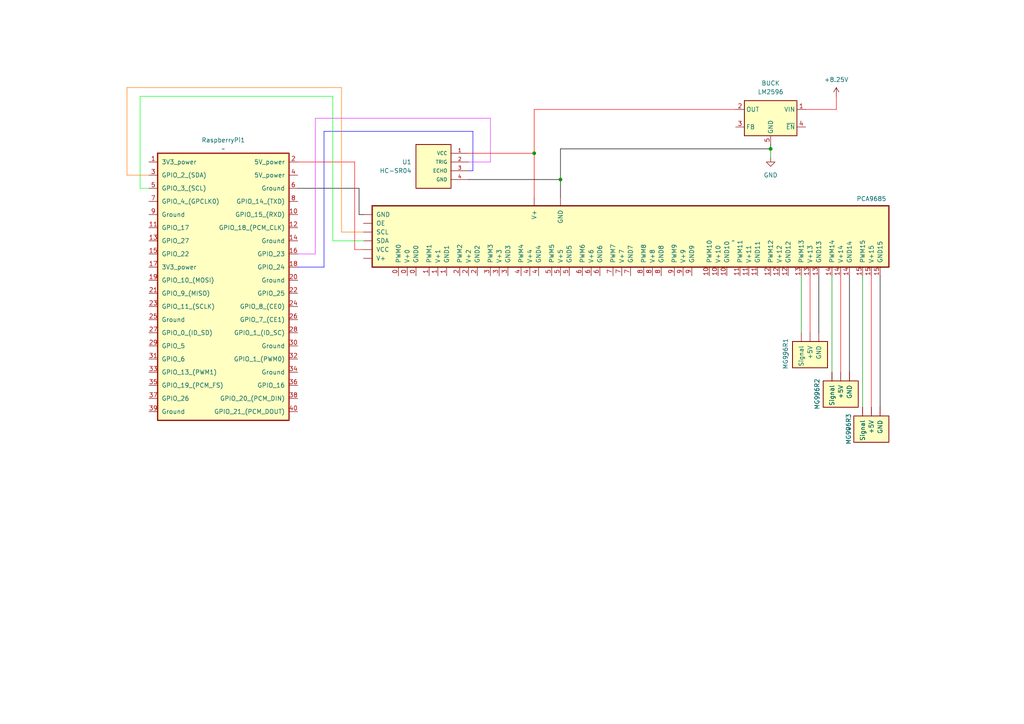
<source format=kicad_sch>
(kicad_sch
	(version 20231120)
	(generator "eeschema")
	(generator_version "8.0")
	(uuid "3dbf5e61-4654-4632-96a0-1646befb65a5")
	(paper "A4")
	(lib_symbols
		(symbol "HC-SR04:HC-SR04"
			(pin_names
				(offset 1.016)
			)
			(exclude_from_sim no)
			(in_bom yes)
			(on_board yes)
			(property "Reference" "U"
				(at 0 5.0813 0)
				(effects
					(font
						(size 1.27 1.27)
					)
					(justify left bottom)
				)
			)
			(property "Value" "HC-SR04"
				(at 0 -10.163 0)
				(effects
					(font
						(size 1.27 1.27)
					)
					(justify left bottom)
				)
			)
			(property "Footprint" "HC-SR04:XCVR_HC-SR04"
				(at 0 0 0)
				(effects
					(font
						(size 1.27 1.27)
					)
					(justify bottom)
					(hide yes)
				)
			)
			(property "Datasheet" ""
				(at 0 0 0)
				(effects
					(font
						(size 1.27 1.27)
					)
					(hide yes)
				)
			)
			(property "Description" ""
				(at 0 0 0)
				(effects
					(font
						(size 1.27 1.27)
					)
					(hide yes)
				)
			)
			(property "MF" "SparkFun Electronics"
				(at 0 0 0)
				(effects
					(font
						(size 1.27 1.27)
					)
					(justify bottom)
					(hide yes)
				)
			)
			(property "Description_1" "\n                        \n                            HC-SR04 Ultrasonic Sensor Qwiic Platform Evaluation Expansion Board\n                        \n"
				(at 0 0 0)
				(effects
					(font
						(size 1.27 1.27)
					)
					(justify bottom)
					(hide yes)
				)
			)
			(property "Package" "None"
				(at 0 0 0)
				(effects
					(font
						(size 1.27 1.27)
					)
					(justify bottom)
					(hide yes)
				)
			)
			(property "Price" "None"
				(at 0 0 0)
				(effects
					(font
						(size 1.27 1.27)
					)
					(justify bottom)
					(hide yes)
				)
			)
			(property "Check_prices" "https://www.snapeda.com/parts/HC-SR04/SparkFun/view-part/?ref=eda"
				(at 0 0 0)
				(effects
					(font
						(size 1.27 1.27)
					)
					(justify bottom)
					(hide yes)
				)
			)
			(property "SnapEDA_Link" "https://www.snapeda.com/parts/HC-SR04/SparkFun/view-part/?ref=snap"
				(at 0 0 0)
				(effects
					(font
						(size 1.27 1.27)
					)
					(justify bottom)
					(hide yes)
				)
			)
			(property "MP" "HC-SR04"
				(at 0 0 0)
				(effects
					(font
						(size 1.27 1.27)
					)
					(justify bottom)
					(hide yes)
				)
			)
			(property "Availability" "Not in stock"
				(at 0 0 0)
				(effects
					(font
						(size 1.27 1.27)
					)
					(justify bottom)
					(hide yes)
				)
			)
			(property "MANUFACTURER" "Osepp"
				(at 0 0 0)
				(effects
					(font
						(size 1.27 1.27)
					)
					(justify bottom)
					(hide yes)
				)
			)
			(symbol "HC-SR04_0_0"
				(rectangle
					(start 0 -7.62)
					(end 10.16 5.08)
					(stroke
						(width 0.254)
						(type default)
					)
					(fill
						(type background)
					)
				)
				(pin power_in line
					(at -5.08 2.54 0)
					(length 5.08)
					(name "VCC"
						(effects
							(font
								(size 1.016 1.016)
							)
						)
					)
					(number "1"
						(effects
							(font
								(size 1.016 1.016)
							)
						)
					)
				)
				(pin bidirectional line
					(at -5.08 0 0)
					(length 5.08)
					(name "TRIG"
						(effects
							(font
								(size 1.016 1.016)
							)
						)
					)
					(number "2"
						(effects
							(font
								(size 1.016 1.016)
							)
						)
					)
				)
				(pin bidirectional line
					(at -5.08 -2.54 0)
					(length 5.08)
					(name "ECHO"
						(effects
							(font
								(size 1.016 1.016)
							)
						)
					)
					(number "3"
						(effects
							(font
								(size 1.016 1.016)
							)
						)
					)
				)
				(pin power_in line
					(at -5.08 -5.08 0)
					(length 5.08)
					(name "GND"
						(effects
							(font
								(size 1.016 1.016)
							)
						)
					)
					(number "4"
						(effects
							(font
								(size 1.016 1.016)
							)
						)
					)
				)
			)
		)
		(symbol "Raspberry pi:RaspberryPi5"
			(pin_names
				(offset 1.143)
			)
			(exclude_from_sim no)
			(in_bom yes)
			(on_board yes)
			(property "Reference" "RaspberryPi5"
				(at 0 0 0)
				(effects
					(font
						(size 1.27 1.27)
					)
				)
			)
			(property "Value" ""
				(at 0 0 0)
				(effects
					(font
						(size 1.27 1.27)
					)
				)
			)
			(property "Footprint" ""
				(at 0 0 0)
				(effects
					(font
						(size 1.27 1.27)
					)
					(hide yes)
				)
			)
			(property "Datasheet" ""
				(at 0 0 0)
				(effects
					(font
						(size 1.27 1.27)
					)
					(hide yes)
				)
			)
			(property "Description" ""
				(at 0 0 0)
				(effects
					(font
						(size 1.27 1.27)
					)
					(hide yes)
				)
			)
			(symbol "RaspberryPi5_1_1"
				(rectangle
					(start -19.05 -1.27)
					(end 19.05 -78.74)
					(stroke
						(width 0.381)
						(type solid)
						(color 158 17 7 1)
					)
					(fill
						(type background)
					)
				)
				(pin power_out line
					(at -21.59 -3.81 0)
					(length 2.54)
					(name "3V3_power"
						(effects
							(font
								(size 1.27 1.27)
							)
						)
					)
					(number "1"
						(effects
							(font
								(size 1.27 1.27)
							)
						)
					)
				)
				(pin bidirectional line
					(at 21.59 -19.05 180)
					(length 2.54)
					(name "GPIO_15_(RXD)"
						(effects
							(font
								(size 1.27 1.27)
							)
						)
					)
					(number "10"
						(effects
							(font
								(size 1.27 1.27)
							)
						)
					)
				)
				(pin bidirectional line
					(at -21.59 -22.86 0)
					(length 2.54)
					(name "GPIO_17"
						(effects
							(font
								(size 1.27 1.27)
							)
						)
					)
					(number "11"
						(effects
							(font
								(size 1.27 1.27)
							)
						)
					)
				)
				(pin bidirectional line
					(at 21.59 -22.86 180)
					(length 2.54)
					(name "GPIO_18_(PCM_CLK)"
						(effects
							(font
								(size 1.27 1.27)
							)
						)
					)
					(number "12"
						(effects
							(font
								(size 1.27 1.27)
							)
						)
					)
				)
				(pin bidirectional line
					(at -21.59 -26.67 0)
					(length 2.54)
					(name "GPIO_27"
						(effects
							(font
								(size 1.27 1.27)
							)
						)
					)
					(number "13"
						(effects
							(font
								(size 1.27 1.27)
							)
						)
					)
				)
				(pin power_in line
					(at 21.59 -26.67 180)
					(length 2.54)
					(name "Ground"
						(effects
							(font
								(size 1.27 1.27)
							)
						)
					)
					(number "14"
						(effects
							(font
								(size 1.27 1.27)
							)
						)
					)
				)
				(pin bidirectional line
					(at -21.59 -30.48 0)
					(length 2.54)
					(name "GPIO_22"
						(effects
							(font
								(size 1.27 1.27)
							)
						)
					)
					(number "15"
						(effects
							(font
								(size 1.27 1.27)
							)
						)
					)
				)
				(pin bidirectional line
					(at 21.59 -30.48 180)
					(length 2.54)
					(name "GPIO_23"
						(effects
							(font
								(size 1.27 1.27)
							)
						)
					)
					(number "16"
						(effects
							(font
								(size 1.27 1.27)
							)
						)
					)
				)
				(pin power_out line
					(at -21.59 -34.29 0)
					(length 2.54)
					(name "3V3_power"
						(effects
							(font
								(size 1.27 1.27)
							)
						)
					)
					(number "17"
						(effects
							(font
								(size 1.27 1.27)
							)
						)
					)
				)
				(pin bidirectional line
					(at 21.59 -34.29 180)
					(length 2.54)
					(name "GPIO_24"
						(effects
							(font
								(size 1.27 1.27)
							)
						)
					)
					(number "18"
						(effects
							(font
								(size 1.27 1.27)
							)
						)
					)
				)
				(pin bidirectional line
					(at -21.59 -38.1 0)
					(length 2.54)
					(name "GPIO_10_(MOSI)"
						(effects
							(font
								(size 1.27 1.27)
							)
						)
					)
					(number "19"
						(effects
							(font
								(size 1.27 1.27)
							)
						)
					)
				)
				(pin power_out line
					(at 21.59 -3.81 180)
					(length 2.54)
					(name "5V_power"
						(effects
							(font
								(size 1.27 1.27)
							)
						)
					)
					(number "2"
						(effects
							(font
								(size 1.27 1.27)
							)
						)
					)
				)
				(pin power_in line
					(at 21.59 -38.1 180)
					(length 2.54)
					(name "Ground"
						(effects
							(font
								(size 1.27 1.27)
							)
						)
					)
					(number "20"
						(effects
							(font
								(size 1.27 1.27)
							)
						)
					)
				)
				(pin bidirectional line
					(at -21.59 -41.91 0)
					(length 2.54)
					(name "GPIO_9_(MISO)"
						(effects
							(font
								(size 1.27 1.27)
							)
						)
					)
					(number "21"
						(effects
							(font
								(size 1.27 1.27)
							)
						)
					)
				)
				(pin bidirectional line
					(at 21.59 -41.91 180)
					(length 2.54)
					(name "GPIO_25"
						(effects
							(font
								(size 1.27 1.27)
							)
						)
					)
					(number "22"
						(effects
							(font
								(size 1.27 1.27)
							)
						)
					)
				)
				(pin bidirectional line
					(at -21.59 -45.72 0)
					(length 2.54)
					(name "GPIO_11_(SCLK)"
						(effects
							(font
								(size 1.27 1.27)
							)
						)
					)
					(number "23"
						(effects
							(font
								(size 1.27 1.27)
							)
						)
					)
				)
				(pin bidirectional line
					(at 21.59 -45.72 180)
					(length 2.54)
					(name "GPIO_8_(CE0)"
						(effects
							(font
								(size 1.27 1.27)
							)
						)
					)
					(number "24"
						(effects
							(font
								(size 1.27 1.27)
							)
						)
					)
				)
				(pin power_in line
					(at -21.59 -49.53 0)
					(length 2.54)
					(name "Ground"
						(effects
							(font
								(size 1.27 1.27)
							)
						)
					)
					(number "25"
						(effects
							(font
								(size 1.27 1.27)
							)
						)
					)
				)
				(pin bidirectional line
					(at 21.59 -49.53 180)
					(length 2.54)
					(name "GPIO_7_(CE1)"
						(effects
							(font
								(size 1.27 1.27)
							)
						)
					)
					(number "26"
						(effects
							(font
								(size 1.27 1.27)
							)
						)
					)
				)
				(pin bidirectional line
					(at -21.59 -53.34 0)
					(length 2.54)
					(name "GPIO_0_(ID_SD)"
						(effects
							(font
								(size 1.27 1.27)
							)
						)
					)
					(number "27"
						(effects
							(font
								(size 1.27 1.27)
							)
						)
					)
				)
				(pin bidirectional line
					(at 21.59 -53.34 180)
					(length 2.54)
					(name "GPIO_1_(ID_SC)"
						(effects
							(font
								(size 1.27 1.27)
							)
						)
					)
					(number "28"
						(effects
							(font
								(size 1.27 1.27)
							)
						)
					)
				)
				(pin bidirectional line
					(at -21.59 -57.15 0)
					(length 2.54)
					(name "GPIO_5"
						(effects
							(font
								(size 1.27 1.27)
							)
						)
					)
					(number "29"
						(effects
							(font
								(size 1.27 1.27)
							)
						)
					)
				)
				(pin bidirectional line
					(at -21.59 -7.62 0)
					(length 2.54)
					(name "GPIO_2_(SDA)"
						(effects
							(font
								(size 1.27 1.27)
							)
						)
					)
					(number "3"
						(effects
							(font
								(size 1.27 1.27)
							)
						)
					)
				)
				(pin power_in line
					(at 21.59 -57.15 180)
					(length 2.54)
					(name "Ground"
						(effects
							(font
								(size 1.27 1.27)
							)
						)
					)
					(number "30"
						(effects
							(font
								(size 1.27 1.27)
							)
						)
					)
				)
				(pin bidirectional line
					(at -21.59 -60.96 0)
					(length 2.54)
					(name "GPIO_6"
						(effects
							(font
								(size 1.27 1.27)
							)
						)
					)
					(number "31"
						(effects
							(font
								(size 1.27 1.27)
							)
						)
					)
				)
				(pin bidirectional line
					(at 21.59 -60.96 180)
					(length 2.54)
					(name "GPIO_1_(PWM0)"
						(effects
							(font
								(size 1.27 1.27)
							)
						)
					)
					(number "32"
						(effects
							(font
								(size 1.27 1.27)
							)
						)
					)
				)
				(pin bidirectional line
					(at -21.59 -64.77 0)
					(length 2.54)
					(name "GPIO_13_(PWM1)"
						(effects
							(font
								(size 1.27 1.27)
							)
						)
					)
					(number "33"
						(effects
							(font
								(size 1.27 1.27)
							)
						)
					)
				)
				(pin power_in line
					(at 21.59 -64.77 180)
					(length 2.54)
					(name "Ground"
						(effects
							(font
								(size 1.27 1.27)
							)
						)
					)
					(number "34"
						(effects
							(font
								(size 1.27 1.27)
							)
						)
					)
				)
				(pin bidirectional line
					(at -21.59 -68.58 0)
					(length 2.54)
					(name "GPIO_19_(PCM_FS)"
						(effects
							(font
								(size 1.27 1.27)
							)
						)
					)
					(number "35"
						(effects
							(font
								(size 1.27 1.27)
							)
						)
					)
				)
				(pin bidirectional line
					(at 21.59 -68.58 180)
					(length 2.54)
					(name "GPIO_16"
						(effects
							(font
								(size 1.27 1.27)
							)
						)
					)
					(number "36"
						(effects
							(font
								(size 1.27 1.27)
							)
						)
					)
				)
				(pin bidirectional line
					(at -21.59 -72.39 0)
					(length 2.54)
					(name "GPIO_26"
						(effects
							(font
								(size 1.27 1.27)
							)
						)
					)
					(number "37"
						(effects
							(font
								(size 1.27 1.27)
							)
						)
					)
				)
				(pin bidirectional line
					(at 21.59 -72.39 180)
					(length 2.54)
					(name "GPIO_20_(PCM_DIN)"
						(effects
							(font
								(size 1.27 1.27)
							)
						)
					)
					(number "38"
						(effects
							(font
								(size 1.27 1.27)
							)
						)
					)
				)
				(pin power_in line
					(at -21.59 -76.2 0)
					(length 2.54)
					(name "Ground"
						(effects
							(font
								(size 1.27 1.27)
							)
						)
					)
					(number "39"
						(effects
							(font
								(size 1.27 1.27)
							)
						)
					)
				)
				(pin power_out line
					(at 21.59 -7.62 180)
					(length 2.54)
					(name "5V_power"
						(effects
							(font
								(size 1.27 1.27)
							)
						)
					)
					(number "4"
						(effects
							(font
								(size 1.27 1.27)
							)
						)
					)
				)
				(pin bidirectional line
					(at 21.59 -76.2 180)
					(length 2.54)
					(name "GPIO_21_(PCM_DOUT)"
						(effects
							(font
								(size 1.27 1.27)
							)
						)
					)
					(number "40"
						(effects
							(font
								(size 1.27 1.27)
							)
						)
					)
				)
				(pin bidirectional line
					(at -21.59 -11.43 0)
					(length 2.54)
					(name "GPIO_3_(SCL)"
						(effects
							(font
								(size 1.27 1.27)
							)
						)
					)
					(number "5"
						(effects
							(font
								(size 1.27 1.27)
							)
						)
					)
				)
				(pin power_in line
					(at 21.59 -11.43 180)
					(length 2.54)
					(name "Ground"
						(effects
							(font
								(size 1.27 1.27)
							)
						)
					)
					(number "6"
						(effects
							(font
								(size 1.27 1.27)
							)
						)
					)
				)
				(pin bidirectional line
					(at -21.59 -15.24 0)
					(length 2.54)
					(name "GPIO_4_(GPCLK0)"
						(effects
							(font
								(size 1.27 1.27)
							)
						)
					)
					(number "7"
						(effects
							(font
								(size 1.27 1.27)
							)
						)
					)
				)
				(pin bidirectional line
					(at 21.59 -15.24 180)
					(length 2.54)
					(name "GPIO_14_(TXD)"
						(effects
							(font
								(size 1.27 1.27)
							)
						)
					)
					(number "8"
						(effects
							(font
								(size 1.27 1.27)
							)
						)
					)
				)
				(pin power_in line
					(at -21.59 -19.05 0)
					(length 2.54)
					(name "Ground"
						(effects
							(font
								(size 1.27 1.27)
							)
						)
					)
					(number "9"
						(effects
							(font
								(size 1.27 1.27)
							)
						)
					)
				)
			)
		)
		(symbol "Regulator_Switching:XL1509-5.0"
			(exclude_from_sim no)
			(in_bom yes)
			(on_board yes)
			(property "Reference" "U"
				(at -7.112 6.096 0)
				(effects
					(font
						(size 1.27 1.27)
					)
				)
			)
			(property "Value" "XL1509-5.0"
				(at 5.842 6.096 0)
				(effects
					(font
						(size 1.27 1.27)
					)
				)
			)
			(property "Footprint" "Package_SO:SOIC-8_3.9x4.9mm_P1.27mm"
				(at 0 8.382 0)
				(effects
					(font
						(size 1.27 1.27)
					)
					(hide yes)
				)
			)
			(property "Datasheet" "https://datasheet.lcsc.com/lcsc/1809050422_XLSEMI-XL1509-5-0E1_C61063.pdf"
				(at 2.54 10.668 0)
				(effects
					(font
						(size 1.27 1.27)
					)
					(hide yes)
				)
			)
			(property "Description" "Buck DC/DC Converter, 2A, 5V Output Voltage, 7-40V Input Voltage"
				(at 0 0 0)
				(effects
					(font
						(size 1.27 1.27)
					)
					(hide yes)
				)
			)
			(property "ki_keywords" "Buck DC/DC Converter"
				(at 0 0 0)
				(effects
					(font
						(size 1.27 1.27)
					)
					(hide yes)
				)
			)
			(property "ki_fp_filters" "SOIC*3.9x4.9mm*P1.27mm*"
				(at 0 0 0)
				(effects
					(font
						(size 1.27 1.27)
					)
					(hide yes)
				)
			)
			(symbol "XL1509-5.0_0_1"
				(rectangle
					(start -7.62 5.08)
					(end 7.62 -5.08)
					(stroke
						(width 0.254)
						(type default)
					)
					(fill
						(type background)
					)
				)
			)
			(symbol "XL1509-5.0_1_1"
				(pin power_in line
					(at -10.16 2.54 0)
					(length 2.54)
					(name "VIN"
						(effects
							(font
								(size 1.27 1.27)
							)
						)
					)
					(number "1"
						(effects
							(font
								(size 1.27 1.27)
							)
						)
					)
				)
				(pin power_out line
					(at 10.16 2.54 180)
					(length 2.54)
					(name "OUT"
						(effects
							(font
								(size 1.27 1.27)
							)
						)
					)
					(number "2"
						(effects
							(font
								(size 1.27 1.27)
							)
						)
					)
				)
				(pin input line
					(at 10.16 -2.54 180)
					(length 2.54)
					(name "FB"
						(effects
							(font
								(size 1.27 1.27)
							)
						)
					)
					(number "3"
						(effects
							(font
								(size 1.27 1.27)
							)
						)
					)
				)
				(pin input line
					(at -10.16 -2.54 0)
					(length 2.54)
					(name "~{EN}"
						(effects
							(font
								(size 1.27 1.27)
							)
						)
					)
					(number "4"
						(effects
							(font
								(size 1.27 1.27)
							)
						)
					)
				)
				(pin power_in line
					(at 0 -7.62 90)
					(length 2.54)
					(name "GND"
						(effects
							(font
								(size 1.27 1.27)
							)
						)
					)
					(number "5"
						(effects
							(font
								(size 1.27 1.27)
							)
						)
					)
				)
				(pin passive line
					(at 0 -7.62 90)
					(length 2.54) hide
					(name "GND"
						(effects
							(font
								(size 1.27 1.27)
							)
						)
					)
					(number "6"
						(effects
							(font
								(size 1.27 1.27)
							)
						)
					)
				)
				(pin passive line
					(at 0 -7.62 90)
					(length 2.54) hide
					(name "GND"
						(effects
							(font
								(size 1.27 1.27)
							)
						)
					)
					(number "7"
						(effects
							(font
								(size 1.27 1.27)
							)
						)
					)
				)
				(pin passive line
					(at 0 -7.62 90)
					(length 2.54) hide
					(name "GND"
						(effects
							(font
								(size 1.27 1.27)
							)
						)
					)
					(number "8"
						(effects
							(font
								(size 1.27 1.27)
							)
						)
					)
				)
			)
		)
		(symbol "power:+8V"
			(power)
			(pin_numbers hide)
			(pin_names
				(offset 0) hide)
			(exclude_from_sim no)
			(in_bom yes)
			(on_board yes)
			(property "Reference" "#PWR"
				(at 0 -3.81 0)
				(effects
					(font
						(size 1.27 1.27)
					)
					(hide yes)
				)
			)
			(property "Value" "+8V"
				(at 0 3.556 0)
				(effects
					(font
						(size 1.27 1.27)
					)
				)
			)
			(property "Footprint" ""
				(at 0 0 0)
				(effects
					(font
						(size 1.27 1.27)
					)
					(hide yes)
				)
			)
			(property "Datasheet" ""
				(at 0 0 0)
				(effects
					(font
						(size 1.27 1.27)
					)
					(hide yes)
				)
			)
			(property "Description" "Power symbol creates a global label with name \"+8V\""
				(at 0 0 0)
				(effects
					(font
						(size 1.27 1.27)
					)
					(hide yes)
				)
			)
			(property "ki_keywords" "global power"
				(at 0 0 0)
				(effects
					(font
						(size 1.27 1.27)
					)
					(hide yes)
				)
			)
			(symbol "+8V_0_1"
				(polyline
					(pts
						(xy -0.762 1.27) (xy 0 2.54)
					)
					(stroke
						(width 0)
						(type default)
					)
					(fill
						(type none)
					)
				)
				(polyline
					(pts
						(xy 0 0) (xy 0 2.54)
					)
					(stroke
						(width 0)
						(type default)
					)
					(fill
						(type none)
					)
				)
				(polyline
					(pts
						(xy 0 2.54) (xy 0.762 1.27)
					)
					(stroke
						(width 0)
						(type default)
					)
					(fill
						(type none)
					)
				)
			)
			(symbol "+8V_1_1"
				(pin power_in line
					(at 0 0 90)
					(length 0)
					(name "~"
						(effects
							(font
								(size 1.27 1.27)
							)
						)
					)
					(number "1"
						(effects
							(font
								(size 1.27 1.27)
							)
						)
					)
				)
			)
		)
		(symbol "power:GND"
			(power)
			(pin_numbers hide)
			(pin_names
				(offset 0) hide)
			(exclude_from_sim no)
			(in_bom yes)
			(on_board yes)
			(property "Reference" "#PWR"
				(at 0 -6.35 0)
				(effects
					(font
						(size 1.27 1.27)
					)
					(hide yes)
				)
			)
			(property "Value" "GND"
				(at 0 -3.81 0)
				(effects
					(font
						(size 1.27 1.27)
					)
				)
			)
			(property "Footprint" ""
				(at 0 0 0)
				(effects
					(font
						(size 1.27 1.27)
					)
					(hide yes)
				)
			)
			(property "Datasheet" ""
				(at 0 0 0)
				(effects
					(font
						(size 1.27 1.27)
					)
					(hide yes)
				)
			)
			(property "Description" "Power symbol creates a global label with name \"GND\" , ground"
				(at 0 0 0)
				(effects
					(font
						(size 1.27 1.27)
					)
					(hide yes)
				)
			)
			(property "ki_keywords" "global power"
				(at 0 0 0)
				(effects
					(font
						(size 1.27 1.27)
					)
					(hide yes)
				)
			)
			(symbol "GND_0_1"
				(polyline
					(pts
						(xy 0 0) (xy 0 -1.27) (xy 1.27 -1.27) (xy 0 -2.54) (xy -1.27 -1.27) (xy 0 -1.27)
					)
					(stroke
						(width 0)
						(type default)
					)
					(fill
						(type none)
					)
				)
			)
			(symbol "GND_1_1"
				(pin power_in line
					(at 0 0 270)
					(length 0)
					(name "~"
						(effects
							(font
								(size 1.27 1.27)
							)
						)
					)
					(number "1"
						(effects
							(font
								(size 1.27 1.27)
							)
						)
					)
				)
			)
		)
		(symbol "servos:MG996R"
			(pin_names
				(offset 1.143)
			)
			(exclude_from_sim no)
			(in_bom yes)
			(on_board yes)
			(property "Reference" "MG996R"
				(at 0 0 0)
				(effects
					(font
						(size 1.27 1.27)
					)
				)
			)
			(property "Value" ""
				(at 0 0 0)
				(effects
					(font
						(size 1.27 1.27)
					)
				)
			)
			(property "Footprint" ""
				(at 0 0 0)
				(effects
					(font
						(size 1.27 1.27)
					)
					(hide yes)
				)
			)
			(property "Datasheet" ""
				(at 0 0 0)
				(effects
					(font
						(size 1.27 1.27)
					)
					(hide yes)
				)
			)
			(property "Description" ""
				(at 0 0 0)
				(effects
					(font
						(size 1.27 1.27)
					)
					(hide yes)
				)
			)
			(symbol "MG996R_0_1"
				(rectangle
					(start -3.81 -1.27)
					(end 3.81 -11.43)
					(stroke
						(width 0.254)
						(type default)
					)
					(fill
						(type background)
					)
				)
			)
			(symbol "MG996R_1_1"
				(pin input line
					(at 6.35 -6.35 180)
					(length 2.54)
					(name "+5V"
						(effects
							(font
								(size 1.27 1.27)
							)
						)
					)
					(number ""
						(effects
							(font
								(size 1.27 1.27)
							)
						)
					)
				)
				(pin power_in line
					(at 6.35 -8.89 180)
					(length 2.54)
					(name "GND"
						(effects
							(font
								(size 1.27 1.27)
							)
						)
					)
					(number ""
						(effects
							(font
								(size 1.27 1.27)
							)
						)
					)
				)
				(pin input line
					(at 6.35 -3.81 180)
					(length 2.54)
					(name "Signal"
						(effects
							(font
								(size 1.27 1.27)
							)
						)
					)
					(number ""
						(effects
							(font
								(size 1.27 1.27)
							)
						)
					)
				)
			)
		)
		(symbol "servos:servo_driver_PCA9685"
			(pin_names
				(offset 1.143)
			)
			(exclude_from_sim no)
			(in_bom yes)
			(on_board yes)
			(property "Reference" "PCA9685"
				(at 89.662 0.762 0)
				(effects
					(font
						(size 1.27 1.27)
					)
					(justify left)
				)
			)
			(property "Value" "~"
				(at 53.34 -11.43 0)
				(effects
					(font
						(size 1.27 1.27)
					)
					(justify left)
				)
			)
			(property "Footprint" ""
				(at -5.08 0 0)
				(effects
					(font
						(size 1.27 1.27)
					)
					(hide yes)
				)
			)
			(property "Datasheet" ""
				(at -5.08 0 0)
				(effects
					(font
						(size 1.27 1.27)
					)
					(hide yes)
				)
			)
			(property "Description" ""
				(at -5.08 0 0)
				(effects
					(font
						(size 1.27 1.27)
					)
					(hide yes)
				)
			)
			(symbol "servo_driver_PCA9685_1_0"
				(pin power_in line
					(at 3.81 1.27 270)
					(length 2.54)
					(name "GND"
						(effects
							(font
								(size 1.27 1.27)
							)
						)
					)
					(number ""
						(effects
							(font
								(size 1.27 1.27)
							)
						)
					)
				)
				(pin power_in line
					(at -38.1 -21.59 90)
					(length 2.54)
					(name "GND0"
						(effects
							(font
								(size 1.27 1.27)
							)
						)
					)
					(number "0"
						(effects
							(font
								(size 1.27 1.27)
							)
						)
					)
				)
				(pin output line
					(at -43.18 -21.59 90)
					(length 2.54)
					(name "PWM0"
						(effects
							(font
								(size 1.27 1.27)
							)
						)
					)
					(number "0"
						(effects
							(font
								(size 1.27 1.27)
							)
						)
					)
				)
				(pin power_in line
					(at -40.64 -21.59 90)
					(length 2.54)
					(name "V+0"
						(effects
							(font
								(size 1.27 1.27)
							)
						)
					)
					(number "0"
						(effects
							(font
								(size 1.27 1.27)
							)
						)
					)
				)
				(pin power_in line
					(at -29.21 -21.59 90)
					(length 2.54)
					(name "GND1"
						(effects
							(font
								(size 1.27 1.27)
							)
						)
					)
					(number "1"
						(effects
							(font
								(size 1.27 1.27)
							)
						)
					)
				)
				(pin output line
					(at -34.29 -21.59 90)
					(length 2.54)
					(name "PWM1"
						(effects
							(font
								(size 1.27 1.27)
							)
						)
					)
					(number "1"
						(effects
							(font
								(size 1.27 1.27)
							)
						)
					)
				)
				(pin power_in line
					(at -31.75 -21.59 90)
					(length 2.54)
					(name "V+1"
						(effects
							(font
								(size 1.27 1.27)
							)
						)
					)
					(number "1"
						(effects
							(font
								(size 1.27 1.27)
							)
						)
					)
				)
				(pin power_in line
					(at 52.07 -21.59 90)
					(length 2.54)
					(name "GND10"
						(effects
							(font
								(size 1.27 1.27)
							)
						)
					)
					(number "10"
						(effects
							(font
								(size 1.27 1.27)
							)
						)
					)
				)
				(pin output line
					(at 46.99 -21.59 90)
					(length 2.54)
					(name "PWM10"
						(effects
							(font
								(size 1.27 1.27)
							)
						)
					)
					(number "10"
						(effects
							(font
								(size 1.27 1.27)
							)
						)
					)
				)
				(pin power_in line
					(at 49.53 -21.59 90)
					(length 2.54)
					(name "V+10"
						(effects
							(font
								(size 1.27 1.27)
							)
						)
					)
					(number "10"
						(effects
							(font
								(size 1.27 1.27)
							)
						)
					)
				)
				(pin power_in line
					(at 60.96 -21.59 90)
					(length 2.54)
					(name "GND11"
						(effects
							(font
								(size 1.27 1.27)
							)
						)
					)
					(number "11"
						(effects
							(font
								(size 1.27 1.27)
							)
						)
					)
				)
				(pin output line
					(at 55.88 -21.59 90)
					(length 2.54)
					(name "PWM11"
						(effects
							(font
								(size 1.27 1.27)
							)
						)
					)
					(number "11"
						(effects
							(font
								(size 1.27 1.27)
							)
						)
					)
				)
				(pin power_in line
					(at 58.42 -21.59 90)
					(length 2.54)
					(name "V+11"
						(effects
							(font
								(size 1.27 1.27)
							)
						)
					)
					(number "11"
						(effects
							(font
								(size 1.27 1.27)
							)
						)
					)
				)
				(pin power_in line
					(at 69.85 -21.59 90)
					(length 2.54)
					(name "GND12"
						(effects
							(font
								(size 1.27 1.27)
							)
						)
					)
					(number "12"
						(effects
							(font
								(size 1.27 1.27)
							)
						)
					)
				)
				(pin output line
					(at 64.77 -21.59 90)
					(length 2.54)
					(name "PWM12"
						(effects
							(font
								(size 1.27 1.27)
							)
						)
					)
					(number "12"
						(effects
							(font
								(size 1.27 1.27)
							)
						)
					)
				)
				(pin power_in line
					(at 67.31 -21.59 90)
					(length 2.54)
					(name "V+12"
						(effects
							(font
								(size 1.27 1.27)
							)
						)
					)
					(number "12"
						(effects
							(font
								(size 1.27 1.27)
							)
						)
					)
				)
				(pin power_in line
					(at 78.74 -21.59 90)
					(length 2.54)
					(name "GND13"
						(effects
							(font
								(size 1.27 1.27)
							)
						)
					)
					(number "13"
						(effects
							(font
								(size 1.27 1.27)
							)
						)
					)
				)
				(pin output line
					(at 73.66 -21.59 90)
					(length 2.54)
					(name "PWM13"
						(effects
							(font
								(size 1.27 1.27)
							)
						)
					)
					(number "13"
						(effects
							(font
								(size 1.27 1.27)
							)
						)
					)
				)
				(pin power_in line
					(at 76.2 -21.59 90)
					(length 2.54)
					(name "V+13"
						(effects
							(font
								(size 1.27 1.27)
							)
						)
					)
					(number "13"
						(effects
							(font
								(size 1.27 1.27)
							)
						)
					)
				)
				(pin power_in line
					(at 87.63 -21.59 90)
					(length 2.54)
					(name "GND14"
						(effects
							(font
								(size 1.27 1.27)
							)
						)
					)
					(number "14"
						(effects
							(font
								(size 1.27 1.27)
							)
						)
					)
				)
				(pin output line
					(at 82.55 -21.59 90)
					(length 2.54)
					(name "PWM14"
						(effects
							(font
								(size 1.27 1.27)
							)
						)
					)
					(number "14"
						(effects
							(font
								(size 1.27 1.27)
							)
						)
					)
				)
				(pin power_in line
					(at 85.09 -21.59 90)
					(length 2.54)
					(name "V+14"
						(effects
							(font
								(size 1.27 1.27)
							)
						)
					)
					(number "14"
						(effects
							(font
								(size 1.27 1.27)
							)
						)
					)
				)
				(pin power_in line
					(at 96.52 -21.59 90)
					(length 2.54)
					(name "GND15"
						(effects
							(font
								(size 1.27 1.27)
							)
						)
					)
					(number "15"
						(effects
							(font
								(size 1.27 1.27)
							)
						)
					)
				)
				(pin output line
					(at 91.44 -21.59 90)
					(length 2.54)
					(name "PWM15"
						(effects
							(font
								(size 1.27 1.27)
							)
						)
					)
					(number "15"
						(effects
							(font
								(size 1.27 1.27)
							)
						)
					)
				)
				(pin power_in line
					(at 93.98 -21.59 90)
					(length 2.54)
					(name "V+15"
						(effects
							(font
								(size 1.27 1.27)
							)
						)
					)
					(number "15"
						(effects
							(font
								(size 1.27 1.27)
							)
						)
					)
				)
				(pin power_in line
					(at -20.32 -21.59 90)
					(length 2.54)
					(name "GND2"
						(effects
							(font
								(size 1.27 1.27)
							)
						)
					)
					(number "2"
						(effects
							(font
								(size 1.27 1.27)
							)
						)
					)
				)
				(pin output line
					(at -25.4 -21.59 90)
					(length 2.54)
					(name "PWM2"
						(effects
							(font
								(size 1.27 1.27)
							)
						)
					)
					(number "2"
						(effects
							(font
								(size 1.27 1.27)
							)
						)
					)
				)
				(pin power_in line
					(at -22.86 -21.59 90)
					(length 2.54)
					(name "V+2"
						(effects
							(font
								(size 1.27 1.27)
							)
						)
					)
					(number "2"
						(effects
							(font
								(size 1.27 1.27)
							)
						)
					)
				)
				(pin power_in line
					(at -11.43 -21.59 90)
					(length 2.54)
					(name "GND3"
						(effects
							(font
								(size 1.27 1.27)
							)
						)
					)
					(number "3"
						(effects
							(font
								(size 1.27 1.27)
							)
						)
					)
				)
				(pin output line
					(at -16.51 -21.59 90)
					(length 2.54)
					(name "PWM3"
						(effects
							(font
								(size 1.27 1.27)
							)
						)
					)
					(number "3"
						(effects
							(font
								(size 1.27 1.27)
							)
						)
					)
				)
				(pin power_in line
					(at -13.97 -21.59 90)
					(length 2.54)
					(name "V+3"
						(effects
							(font
								(size 1.27 1.27)
							)
						)
					)
					(number "3"
						(effects
							(font
								(size 1.27 1.27)
							)
						)
					)
				)
				(pin power_in line
					(at -2.54 -21.59 90)
					(length 2.54)
					(name "GND4"
						(effects
							(font
								(size 1.27 1.27)
							)
						)
					)
					(number "4"
						(effects
							(font
								(size 1.27 1.27)
							)
						)
					)
				)
				(pin output line
					(at -7.62 -21.59 90)
					(length 2.54)
					(name "PWM4"
						(effects
							(font
								(size 1.27 1.27)
							)
						)
					)
					(number "4"
						(effects
							(font
								(size 1.27 1.27)
							)
						)
					)
				)
				(pin power_in line
					(at -5.08 -21.59 90)
					(length 2.54)
					(name "V+4"
						(effects
							(font
								(size 1.27 1.27)
							)
						)
					)
					(number "4"
						(effects
							(font
								(size 1.27 1.27)
							)
						)
					)
				)
				(pin power_in line
					(at 6.35 -21.59 90)
					(length 2.54)
					(name "GND5"
						(effects
							(font
								(size 1.27 1.27)
							)
						)
					)
					(number "5"
						(effects
							(font
								(size 1.27 1.27)
							)
						)
					)
				)
				(pin output line
					(at 1.27 -21.59 90)
					(length 2.54)
					(name "PWM5"
						(effects
							(font
								(size 1.27 1.27)
							)
						)
					)
					(number "5"
						(effects
							(font
								(size 1.27 1.27)
							)
						)
					)
				)
				(pin power_in line
					(at 3.81 -21.59 90)
					(length 2.54)
					(name "V+5"
						(effects
							(font
								(size 1.27 1.27)
							)
						)
					)
					(number "5"
						(effects
							(font
								(size 1.27 1.27)
							)
						)
					)
				)
				(pin power_in line
					(at 15.24 -21.59 90)
					(length 2.54)
					(name "GND6"
						(effects
							(font
								(size 1.27 1.27)
							)
						)
					)
					(number "6"
						(effects
							(font
								(size 1.27 1.27)
							)
						)
					)
				)
				(pin output line
					(at 10.16 -21.59 90)
					(length 2.54)
					(name "PWM6"
						(effects
							(font
								(size 1.27 1.27)
							)
						)
					)
					(number "6"
						(effects
							(font
								(size 1.27 1.27)
							)
						)
					)
				)
				(pin power_in line
					(at 12.7 -21.59 90)
					(length 2.54)
					(name "V+6"
						(effects
							(font
								(size 1.27 1.27)
							)
						)
					)
					(number "6"
						(effects
							(font
								(size 1.27 1.27)
							)
						)
					)
				)
				(pin power_in line
					(at 24.13 -21.59 90)
					(length 2.54)
					(name "GND7"
						(effects
							(font
								(size 1.27 1.27)
							)
						)
					)
					(number "7"
						(effects
							(font
								(size 1.27 1.27)
							)
						)
					)
				)
				(pin output line
					(at 19.05 -21.59 90)
					(length 2.54)
					(name "PWM7"
						(effects
							(font
								(size 1.27 1.27)
							)
						)
					)
					(number "7"
						(effects
							(font
								(size 1.27 1.27)
							)
						)
					)
				)
				(pin power_in line
					(at 21.59 -21.59 90)
					(length 2.54)
					(name "V+7"
						(effects
							(font
								(size 1.27 1.27)
							)
						)
					)
					(number "7"
						(effects
							(font
								(size 1.27 1.27)
							)
						)
					)
				)
				(pin power_in line
					(at 33.02 -21.59 90)
					(length 2.54)
					(name "GND8"
						(effects
							(font
								(size 1.27 1.27)
							)
						)
					)
					(number "8"
						(effects
							(font
								(size 1.27 1.27)
							)
						)
					)
				)
				(pin output line
					(at 27.94 -21.59 90)
					(length 2.54)
					(name "PWM8"
						(effects
							(font
								(size 1.27 1.27)
							)
						)
					)
					(number "8"
						(effects
							(font
								(size 1.27 1.27)
							)
						)
					)
				)
				(pin power_in line
					(at 30.48 -21.59 90)
					(length 2.54)
					(name "V+8"
						(effects
							(font
								(size 1.27 1.27)
							)
						)
					)
					(number "8"
						(effects
							(font
								(size 1.27 1.27)
							)
						)
					)
				)
				(pin power_in line
					(at 41.91 -21.59 90)
					(length 2.54)
					(name "GND9"
						(effects
							(font
								(size 1.27 1.27)
							)
						)
					)
					(number "9"
						(effects
							(font
								(size 1.27 1.27)
							)
						)
					)
				)
				(pin output line
					(at 36.83 -21.59 90)
					(length 2.54)
					(name "PWM9"
						(effects
							(font
								(size 1.27 1.27)
							)
						)
					)
					(number "9"
						(effects
							(font
								(size 1.27 1.27)
							)
						)
					)
				)
				(pin power_in line
					(at 39.37 -21.59 90)
					(length 2.54)
					(name "V+9"
						(effects
							(font
								(size 1.27 1.27)
							)
						)
					)
					(number "9"
						(effects
							(font
								(size 1.27 1.27)
							)
						)
					)
				)
			)
			(symbol "servo_driver_PCA9685_1_1"
				(rectangle
					(start -50.8 -1.27)
					(end 99.06 -19.05)
					(stroke
						(width 0.381)
						(type default)
					)
					(fill
						(type background)
					)
				)
				(pin power_in line
					(at -53.34 -3.81 0)
					(length 2.54)
					(name "GND"
						(effects
							(font
								(size 1.27 1.27)
							)
						)
					)
					(number ""
						(effects
							(font
								(size 1.27 1.27)
							)
						)
					)
				)
				(pin input line
					(at -53.34 -6.35 0)
					(length 2.54)
					(name "OE"
						(effects
							(font
								(size 1.27 1.27)
							)
						)
					)
					(number ""
						(effects
							(font
								(size 1.27 1.27)
							)
						)
					)
				)
				(pin bidirectional line
					(at -53.34 -8.89 0)
					(length 2.54)
					(name "SCL"
						(effects
							(font
								(size 1.27 1.27)
							)
						)
					)
					(number ""
						(effects
							(font
								(size 1.27 1.27)
							)
						)
					)
				)
				(pin bidirectional line
					(at -53.34 -11.43 0)
					(length 2.54)
					(name "SDA"
						(effects
							(font
								(size 1.27 1.27)
							)
						)
					)
					(number ""
						(effects
							(font
								(size 1.27 1.27)
							)
						)
					)
				)
				(pin power_in line
					(at -53.34 -16.51 0)
					(length 2.54)
					(name "V+"
						(effects
							(font
								(size 1.27 1.27)
							)
						)
					)
					(number ""
						(effects
							(font
								(size 1.27 1.27)
							)
						)
					)
				)
				(pin power_in line
					(at -3.81 1.27 270)
					(length 2.54)
					(name "V+"
						(effects
							(font
								(size 1.27 1.27)
							)
						)
					)
					(number ""
						(effects
							(font
								(size 1.27 1.27)
							)
						)
					)
				)
				(pin power_in line
					(at -53.34 -13.97 0)
					(length 2.54)
					(name "VCC"
						(effects
							(font
								(size 1.27 1.27)
							)
						)
					)
					(number ""
						(effects
							(font
								(size 1.27 1.27)
							)
						)
					)
				)
			)
		)
	)
	(junction
		(at 162.56 52.07)
		(diameter 0)
		(color 0 0 0 0)
		(uuid "3c22b5c8-7894-4f15-b571-4d1495094b35")
	)
	(junction
		(at 154.94 44.45)
		(diameter 0)
		(color 0 0 0 0)
		(uuid "d275415b-4b1f-4bed-a7d8-770f33142895")
	)
	(junction
		(at 223.52 43.18)
		(diameter 0)
		(color 0 0 0 0)
		(uuid "fae8dbda-86d0-45d8-9cf1-0c0f04b2b2bb")
	)
	(wire
		(pts
			(xy 135.89 44.45) (xy 154.94 44.45)
		)
		(stroke
			(width 0)
			(type default)
			(color 255 2 4 1)
		)
		(uuid "0876ed2e-6568-4b97-9acd-c1a9fb8252a2")
	)
	(wire
		(pts
			(xy 105.41 72.39) (xy 102.87 72.39)
		)
		(stroke
			(width 0)
			(type default)
			(color 255 2 4 1)
		)
		(uuid "087f0d13-e605-48d4-8276-759f9eacd720")
	)
	(wire
		(pts
			(xy 40.64 54.61) (xy 43.18 54.61)
		)
		(stroke
			(width 0)
			(type default)
			(color 0 255 25 1)
		)
		(uuid "09e74e71-6eb4-4613-adb6-ece9d650dee3")
	)
	(wire
		(pts
			(xy 135.89 46.99) (xy 142.24 46.99)
		)
		(stroke
			(width 0)
			(type default)
			(color 227 47 255 1)
		)
		(uuid "1cecde21-7f50-46af-aeb6-49c66b1e5da1")
	)
	(wire
		(pts
			(xy 232.41 80.01) (xy 232.41 96.52)
		)
		(stroke
			(width 0)
			(type default)
		)
		(uuid "25cb37aa-61b9-43eb-8fe1-6c135307f0a4")
	)
	(wire
		(pts
			(xy 246.38 80.01) (xy 246.38 107.95)
		)
		(stroke
			(width 0)
			(type default)
			(color 0 0 0 1)
		)
		(uuid "2798e823-1239-43a7-ac0f-2c5e768e5af6")
	)
	(wire
		(pts
			(xy 142.24 34.29) (xy 91.44 34.29)
		)
		(stroke
			(width 0)
			(type default)
			(color 227 47 255 1)
		)
		(uuid "2f6d5711-c4d6-4762-9946-87cec6adc2f1")
	)
	(wire
		(pts
			(xy 93.98 77.47) (xy 86.36 77.47)
		)
		(stroke
			(width 0)
			(type default)
			(color 15 0 255 1)
		)
		(uuid "31a559d2-bb6f-489f-9ead-e7b3ef73c75f")
	)
	(wire
		(pts
			(xy 91.44 73.66) (xy 86.36 73.66)
		)
		(stroke
			(width 0)
			(type default)
			(color 227 47 255 1)
		)
		(uuid "3222896b-1742-4f1d-a72c-7610a92631e4")
	)
	(wire
		(pts
			(xy 243.84 80.01) (xy 243.84 107.95)
		)
		(stroke
			(width 0)
			(type default)
			(color 255 2 4 1)
		)
		(uuid "370059ab-4b16-4498-987e-ba2fbd7e64bd")
	)
	(wire
		(pts
			(xy 162.56 57.15) (xy 162.56 52.07)
		)
		(stroke
			(width 0)
			(type default)
			(color 0 0 0 1)
		)
		(uuid "3f428e7f-5c76-40fa-9a19-4556e32757f0")
	)
	(wire
		(pts
			(xy 142.24 46.99) (xy 142.24 34.29)
		)
		(stroke
			(width 0)
			(type default)
			(color 227 47 255 1)
		)
		(uuid "3fd18369-4e49-499e-ac8a-854bd21855fc")
	)
	(wire
		(pts
			(xy 223.52 41.91) (xy 223.52 43.18)
		)
		(stroke
			(width 0)
			(type default)
			(color 0 0 0 1)
		)
		(uuid "4ec3b260-7c26-4956-9abe-f6894390e7eb")
	)
	(wire
		(pts
			(xy 93.98 38.1) (xy 93.98 77.47)
		)
		(stroke
			(width 0)
			(type default)
			(color 15 0 255 1)
		)
		(uuid "52a6885e-52c0-4465-829f-4f829e3d6fc3")
	)
	(wire
		(pts
			(xy 154.94 44.45) (xy 154.94 57.15)
		)
		(stroke
			(width 0)
			(type default)
			(color 255 2 4 1)
		)
		(uuid "5a2f0de7-91de-4523-8500-0276d0df295b")
	)
	(wire
		(pts
			(xy 102.87 46.99) (xy 86.36 46.99)
		)
		(stroke
			(width 0)
			(type default)
			(color 255 2 4 1)
		)
		(uuid "5c672d84-c601-4d26-aed3-9ebb5c38fc68")
	)
	(wire
		(pts
			(xy 102.87 72.39) (xy 102.87 46.99)
		)
		(stroke
			(width 0)
			(type default)
			(color 255 2 4 1)
		)
		(uuid "5e7f300f-97bc-4d6a-87bd-174ecb4e8602")
	)
	(wire
		(pts
			(xy 40.64 27.94) (xy 40.64 54.61)
		)
		(stroke
			(width 0)
			(type default)
			(color 0 255 25 1)
		)
		(uuid "647e62f9-2662-44ed-91a2-bfae94e0290b")
	)
	(wire
		(pts
			(xy 96.52 27.94) (xy 40.64 27.94)
		)
		(stroke
			(width 0)
			(type default)
			(color 0 255 25 1)
		)
		(uuid "66b175f6-92d9-42b3-b525-e2678bfd53b4")
	)
	(wire
		(pts
			(xy 99.06 67.31) (xy 99.06 25.4)
		)
		(stroke
			(width 0)
			(type default)
			(color 255 122 0 1)
		)
		(uuid "6a27292d-1fee-4264-ab69-7477e0fe3a66")
	)
	(wire
		(pts
			(xy 36.83 25.4) (xy 36.83 50.8)
		)
		(stroke
			(width 0)
			(type default)
			(color 255 122 0 1)
		)
		(uuid "6a9e9988-45e7-4e04-afcb-2f3fe83df553")
	)
	(wire
		(pts
			(xy 162.56 52.07) (xy 162.56 43.18)
		)
		(stroke
			(width 0)
			(type default)
			(color 0 0 0 1)
		)
		(uuid "6b087f0d-56a5-4674-90aa-450bd72cce0f")
	)
	(wire
		(pts
			(xy 104.14 62.23) (xy 104.14 54.61)
		)
		(stroke
			(width 0)
			(type default)
			(color 0 0 0 1)
		)
		(uuid "6f40100d-bc32-497a-993a-f2a1caca812f")
	)
	(wire
		(pts
			(xy 234.95 80.01) (xy 234.95 96.52)
		)
		(stroke
			(width 0)
			(type default)
			(color 255 2 4 1)
		)
		(uuid "78e5fb74-77f1-40f8-b0e2-1bee519ee369")
	)
	(wire
		(pts
			(xy 135.89 52.07) (xy 162.56 52.07)
		)
		(stroke
			(width 0)
			(type default)
			(color 0 0 0 1)
		)
		(uuid "7e04846c-53a0-4b5b-b9b4-473883e967e3")
	)
	(wire
		(pts
			(xy 91.44 34.29) (xy 91.44 73.66)
		)
		(stroke
			(width 0)
			(type default)
			(color 227 47 255 1)
		)
		(uuid "89519a51-91e3-43f1-9404-7a3b8155bfa3")
	)
	(wire
		(pts
			(xy 137.16 49.53) (xy 137.16 38.1)
		)
		(stroke
			(width 0)
			(type default)
			(color 15 0 255 1)
		)
		(uuid "91e6775b-6b07-4898-a1c7-1d7c5b246c0c")
	)
	(wire
		(pts
			(xy 255.27 80.01) (xy 255.27 118.11)
		)
		(stroke
			(width 0)
			(type default)
			(color 0 0 0 1)
		)
		(uuid "97797c64-dba2-4cc8-8773-08547dd2bc0c")
	)
	(wire
		(pts
			(xy 104.14 54.61) (xy 86.36 54.61)
		)
		(stroke
			(width 0)
			(type default)
			(color 0 0 0 1)
		)
		(uuid "9a9750a0-686b-470d-b5c9-7a35f3aa1b6d")
	)
	(wire
		(pts
			(xy 233.68 31.75) (xy 242.57 31.75)
		)
		(stroke
			(width 0)
			(type default)
			(color 255 2 4 1)
		)
		(uuid "9ee9b6f9-e467-46cb-bfee-1e5fd6d24e38")
	)
	(wire
		(pts
			(xy 96.52 69.85) (xy 96.52 27.94)
		)
		(stroke
			(width 0)
			(type default)
			(color 0 255 25 1)
		)
		(uuid "9f0b0a75-b62e-40b7-a749-c4540c356b88")
	)
	(wire
		(pts
			(xy 105.41 62.23) (xy 104.14 62.23)
		)
		(stroke
			(width 0)
			(type default)
			(color 0 0 0 1)
		)
		(uuid "a0d0efba-a4ba-4fa8-a076-29abab0a27e3")
	)
	(wire
		(pts
			(xy 99.06 25.4) (xy 36.83 25.4)
		)
		(stroke
			(width 0)
			(type default)
			(color 255 122 0 1)
		)
		(uuid "b20444a3-4d24-4d82-932b-4436b4a8f263")
	)
	(wire
		(pts
			(xy 252.73 80.01) (xy 252.73 118.11)
		)
		(stroke
			(width 0)
			(type default)
			(color 255 2 4 1)
		)
		(uuid "b45b491d-6353-4796-96d2-b21eb03151d1")
	)
	(wire
		(pts
			(xy 242.57 27.94) (xy 242.57 31.75)
		)
		(stroke
			(width 0)
			(type default)
			(color 255 2 4 1)
		)
		(uuid "c346f97c-98bb-4313-8513-2dfd8a3f9cd2")
	)
	(wire
		(pts
			(xy 135.89 49.53) (xy 137.16 49.53)
		)
		(stroke
			(width 0)
			(type default)
			(color 15 0 255 1)
		)
		(uuid "c4963a20-3fba-4a14-8560-51cebce8a488")
	)
	(wire
		(pts
			(xy 250.19 118.11) (xy 250.19 80.01)
		)
		(stroke
			(width 0)
			(type default)
		)
		(uuid "c7ea8336-fa5d-45e7-8ab5-8521f9b227dd")
	)
	(wire
		(pts
			(xy 241.3 107.95) (xy 241.3 80.01)
		)
		(stroke
			(width 0)
			(type default)
		)
		(uuid "c81f2912-2b2d-4e5d-b7d1-ad51797b437b")
	)
	(wire
		(pts
			(xy 36.83 50.8) (xy 43.18 50.8)
		)
		(stroke
			(width 0)
			(type default)
			(color 255 122 0 1)
		)
		(uuid "ca7a5157-d33b-4d39-870a-801ed77eabcb")
	)
	(wire
		(pts
			(xy 237.49 80.01) (xy 237.49 96.52)
		)
		(stroke
			(width 0)
			(type default)
			(color 0 0 0 1)
		)
		(uuid "cb4daf64-6eec-4e94-991b-015502bd2ce2")
	)
	(wire
		(pts
			(xy 223.52 43.18) (xy 223.52 45.72)
		)
		(stroke
			(width 0)
			(type default)
		)
		(uuid "cd0aa284-3d3f-4fb3-959e-4b4baeb4b2f9")
	)
	(wire
		(pts
			(xy 162.56 43.18) (xy 223.52 43.18)
		)
		(stroke
			(width 0)
			(type default)
			(color 0 0 0 1)
		)
		(uuid "ce75d834-f832-4946-bdda-b082a052a995")
	)
	(wire
		(pts
			(xy 213.36 31.75) (xy 154.94 31.75)
		)
		(stroke
			(width 0)
			(type default)
			(color 255 2 4 1)
		)
		(uuid "d06e3e3a-c20a-47ae-b444-b9715f3f7d28")
	)
	(wire
		(pts
			(xy 137.16 38.1) (xy 93.98 38.1)
		)
		(stroke
			(width 0)
			(type default)
			(color 15 0 255 1)
		)
		(uuid "d72ccff4-1aad-40dc-9538-a05de2ca0473")
	)
	(wire
		(pts
			(xy 154.94 31.75) (xy 154.94 44.45)
		)
		(stroke
			(width 0)
			(type default)
			(color 255 2 4 1)
		)
		(uuid "dbf66606-6901-4ea6-99b8-6731dd5e91a6")
	)
	(wire
		(pts
			(xy 105.41 69.85) (xy 96.52 69.85)
		)
		(stroke
			(width 0)
			(type default)
			(color 0 255 25 1)
		)
		(uuid "f4e0d690-d047-4b29-822c-3b4182644716")
	)
	(wire
		(pts
			(xy 105.41 67.31) (xy 99.06 67.31)
		)
		(stroke
			(width 0)
			(type default)
			(color 255 122 0 1)
		)
		(uuid "f7a046df-e403-45fc-881c-610ad303efed")
	)
	(symbol
		(lib_id "Raspberry pi:RaspberryPi5")
		(at 64.77 43.18 0)
		(unit 1)
		(exclude_from_sim no)
		(in_bom yes)
		(on_board yes)
		(dnp no)
		(fields_autoplaced yes)
		(uuid "11ea2cbb-2ad2-42fa-9f15-0bdefda5c4d0")
		(property "Reference" "RaspberryPi1"
			(at 64.77 40.64 0)
			(effects
				(font
					(size 1.27 1.27)
				)
			)
		)
		(property "Value" "~"
			(at 64.77 43.18 0)
			(effects
				(font
					(size 1.27 1.27)
				)
			)
		)
		(property "Footprint" ""
			(at 64.77 43.18 0)
			(effects
				(font
					(size 1.27 1.27)
				)
				(hide yes)
			)
		)
		(property "Datasheet" ""
			(at 64.77 43.18 0)
			(effects
				(font
					(size 1.27 1.27)
				)
				(hide yes)
			)
		)
		(property "Description" ""
			(at 64.77 43.18 0)
			(effects
				(font
					(size 1.27 1.27)
				)
				(hide yes)
			)
		)
		(pin "16"
			(uuid "0a2a8ef0-2fd2-4398-9619-695576ca47eb")
		)
		(pin "29"
			(uuid "ccd8df60-463b-4303-b598-61e087255ed8")
		)
		(pin "5"
			(uuid "2da02154-ad19-46be-b2e4-943367006548")
		)
		(pin "9"
			(uuid "9ba3021a-503d-437b-aee8-92f51ee916d6")
		)
		(pin "36"
			(uuid "ceecaf13-89b3-44e2-bfe2-42e449ca851d")
		)
		(pin "18"
			(uuid "97b65e54-159d-4e00-ad51-7beb1a228235")
		)
		(pin "21"
			(uuid "74b3863b-ff25-458e-9a55-15015764658f")
		)
		(pin "35"
			(uuid "1c48f2f9-e926-4596-bb73-3abcc38e9b80")
		)
		(pin "26"
			(uuid "b7d9b760-93ec-4d0e-a39b-a555707822fa")
		)
		(pin "13"
			(uuid "28482888-5268-42d7-9499-84d894552656")
		)
		(pin "19"
			(uuid "4135a782-d487-49a8-89c1-11d5d705d2e4")
		)
		(pin "27"
			(uuid "822d976d-c29d-43b1-8749-2a6f665d77d3")
		)
		(pin "4"
			(uuid "68666a8b-abfa-4bac-b66c-5e440d46316e")
		)
		(pin "24"
			(uuid "9bbaa951-6d10-408d-a17a-e424f29927ba")
		)
		(pin "1"
			(uuid "6e6eafea-a81a-4143-8834-c5116c83f725")
		)
		(pin "11"
			(uuid "c26e65ec-8092-40f4-a609-1b796062d46e")
		)
		(pin "14"
			(uuid "96d32c09-cd66-4b57-8138-e177e355d7bc")
		)
		(pin "31"
			(uuid "55958c49-bd27-4e15-8512-46d72c311df4")
		)
		(pin "32"
			(uuid "d1814c41-f764-4392-81e5-95a5aab19c9b")
		)
		(pin "20"
			(uuid "47bca54a-193a-4223-b813-59751fdaf85f")
		)
		(pin "6"
			(uuid "59a72fe3-88ec-4d06-a1c7-d42b00cfc8fe")
		)
		(pin "38"
			(uuid "9b1498e7-b254-4ebf-ae56-3598c00fe7b9")
		)
		(pin "8"
			(uuid "2086d075-16c8-42d4-81c1-92e5b6fdf1fd")
		)
		(pin "30"
			(uuid "b525ee0e-8f00-45bf-a6db-a46cf22fd71f")
		)
		(pin "12"
			(uuid "35a1ef9c-414e-44f1-95e4-10b6c894050e")
		)
		(pin "7"
			(uuid "e6d96577-101a-4d97-8efb-e606b5caefb3")
		)
		(pin "23"
			(uuid "292fc6db-07a8-41db-bfe3-a72175343401")
		)
		(pin "34"
			(uuid "1b28872d-e32f-4143-91b7-3f7d0fd9851b")
		)
		(pin "22"
			(uuid "d9a8dad8-3a46-4cc4-8a7c-85fa17b47be4")
		)
		(pin "10"
			(uuid "2844f810-0c36-4747-84c2-2105e03db605")
		)
		(pin "15"
			(uuid "369c2972-04d4-4b03-8fb0-02ca0621d28c")
		)
		(pin "33"
			(uuid "03f1d197-6899-437b-99e7-8acfc1e54345")
		)
		(pin "2"
			(uuid "cc73713d-863b-457f-b7cb-719996338fa8")
		)
		(pin "28"
			(uuid "37c55848-234e-4401-8120-963d2ac7b4aa")
		)
		(pin "39"
			(uuid "0bfcd4bb-c6cb-40d8-ab32-8cc0047cad30")
		)
		(pin "17"
			(uuid "14bcf7cf-467b-42de-b7f5-7931ac28ba36")
		)
		(pin "25"
			(uuid "f5109667-76d1-45c5-9087-82db04d8dfca")
		)
		(pin "37"
			(uuid "979901ae-5330-4ad5-b359-aaa90fb11e73")
		)
		(pin "40"
			(uuid "e2645e83-72ed-42f9-bb6f-e0c5cba87c99")
		)
		(pin "3"
			(uuid "4bc5efca-f864-4aed-b20c-10d008708d9c")
		)
		(instances
			(project ""
				(path "/3dbf5e61-4654-4632-96a0-1646befb65a5"
					(reference "RaspberryPi1")
					(unit 1)
				)
			)
		)
	)
	(symbol
		(lib_name "servos:MG996R")
		(lib_id "servos:MG996R")
		(at 228.6 102.87 90)
		(unit 1)
		(exclude_from_sim no)
		(in_bom yes)
		(on_board yes)
		(dnp no)
		(uuid "1890c466-d9fd-4810-95c6-6165030f564d")
		(property "Reference" "MG996R1"
			(at 227.838 102.616 0)
			(effects
				(font
					(size 1.27 1.27)
				)
			)
		)
		(property "Value" "~"
			(at 228.6 102.87 0)
			(effects
				(font
					(size 1.27 1.27)
				)
			)
		)
		(property "Footprint" ""
			(at 228.6 102.87 0)
			(effects
				(font
					(size 1.27 1.27)
				)
				(hide yes)
			)
		)
		(property "Datasheet" ""
			(at 228.6 102.87 0)
			(effects
				(font
					(size 1.27 1.27)
				)
				(hide yes)
			)
		)
		(property "Description" ""
			(at 228.6 102.87 0)
			(effects
				(font
					(size 1.27 1.27)
				)
				(hide yes)
			)
		)
		(pin ""
			(uuid "f6b749e8-d592-41b5-9f11-ec798469ec74")
		)
		(pin ""
			(uuid "0076cd39-22ca-48b8-8cd9-fd973a980cbe")
		)
		(pin ""
			(uuid "977f85f9-8b4a-445b-8780-0681bca481eb")
		)
		(instances
			(project ""
				(path "/3dbf5e61-4654-4632-96a0-1646befb65a5"
					(reference "MG996R1")
					(unit 1)
				)
			)
		)
	)
	(symbol
		(lib_name "servos:MG996R")
		(lib_id "servos:MG996R")
		(at 246.38 124.46 90)
		(unit 1)
		(exclude_from_sim no)
		(in_bom yes)
		(on_board yes)
		(dnp no)
		(uuid "34f0b894-80ea-43d7-9ab5-ac0bcfa3ddb9")
		(property "Reference" "MG996R3"
			(at 246.126 124.46 0)
			(effects
				(font
					(size 1.27 1.27)
				)
			)
		)
		(property "Value" "~"
			(at 246.38 124.46 0)
			(effects
				(font
					(size 1.27 1.27)
				)
			)
		)
		(property "Footprint" ""
			(at 246.38 124.46 0)
			(effects
				(font
					(size 1.27 1.27)
				)
				(hide yes)
			)
		)
		(property "Datasheet" ""
			(at 246.38 124.46 0)
			(effects
				(font
					(size 1.27 1.27)
				)
				(hide yes)
			)
		)
		(property "Description" ""
			(at 246.38 124.46 0)
			(effects
				(font
					(size 1.27 1.27)
				)
				(hide yes)
			)
		)
		(pin ""
			(uuid "4638a51c-4513-43d4-9fb0-111be5adbcaf")
		)
		(pin ""
			(uuid "171c2020-427a-4c29-b5d6-d8ea8e9726b2")
		)
		(pin ""
			(uuid "2deba91f-84be-4925-8e5f-c6ad25785168")
		)
		(instances
			(project ""
				(path "/3dbf5e61-4654-4632-96a0-1646befb65a5"
					(reference "MG996R3")
					(unit 1)
				)
			)
		)
	)
	(symbol
		(lib_name "servos:MG996R")
		(lib_id "servos:MG996R")
		(at 237.49 114.3 90)
		(unit 1)
		(exclude_from_sim no)
		(in_bom yes)
		(on_board yes)
		(dnp no)
		(uuid "3c96743c-0708-4bcb-98e8-14afac0fbae3")
		(property "Reference" "MG996R2"
			(at 236.982 114.3 0)
			(effects
				(font
					(size 1.27 1.27)
				)
			)
		)
		(property "Value" "~"
			(at 237.49 114.3 0)
			(effects
				(font
					(size 1.27 1.27)
				)
			)
		)
		(property "Footprint" ""
			(at 237.49 114.3 0)
			(effects
				(font
					(size 1.27 1.27)
				)
				(hide yes)
			)
		)
		(property "Datasheet" ""
			(at 237.49 114.3 0)
			(effects
				(font
					(size 1.27 1.27)
				)
				(hide yes)
			)
		)
		(property "Description" ""
			(at 237.49 114.3 0)
			(effects
				(font
					(size 1.27 1.27)
				)
				(hide yes)
			)
		)
		(pin ""
			(uuid "1e0f8763-60e6-4bd3-b44b-7b0fd00d8e8b")
		)
		(pin ""
			(uuid "9586e9ca-9af8-4c99-a75e-25ff4e6d4277")
		)
		(pin ""
			(uuid "8564b321-68f2-4e90-a8d2-509b284bd6e4")
		)
		(instances
			(project ""
				(path "/3dbf5e61-4654-4632-96a0-1646befb65a5"
					(reference "MG996R2")
					(unit 1)
				)
			)
		)
	)
	(symbol
		(lib_id "servos:servo_driver_PCA9685")
		(at 158.75 58.42 0)
		(unit 1)
		(exclude_from_sim no)
		(in_bom yes)
		(on_board yes)
		(dnp no)
		(uuid "4447a27f-14fe-4809-80f4-e0bc744e883d")
		(property "Reference" "PCA9685"
			(at 248.412 57.658 0)
			(effects
				(font
					(size 1.27 1.27)
				)
				(justify left)
			)
		)
		(property "Value" "~"
			(at 212.09 69.85 0)
			(effects
				(font
					(size 1.27 1.27)
				)
				(justify left)
			)
		)
		(property "Footprint" ""
			(at 153.67 58.42 0)
			(effects
				(font
					(size 1.27 1.27)
				)
				(hide yes)
			)
		)
		(property "Datasheet" ""
			(at 153.67 58.42 0)
			(effects
				(font
					(size 1.27 1.27)
				)
				(hide yes)
			)
		)
		(property "Description" ""
			(at 153.67 58.42 0)
			(effects
				(font
					(size 1.27 1.27)
				)
				(hide yes)
			)
		)
		(pin "0"
			(uuid "dacf9291-6f89-4f8c-a688-ec069655dcb6")
		)
		(pin ""
			(uuid "960bddca-fd9f-49b7-8508-d82416d99aa3")
		)
		(pin "2"
			(uuid "34165e82-25db-4020-bd9e-9435982ba4e1")
		)
		(pin "9"
			(uuid "351f5dca-560b-4c0c-a8fe-924d5dcb056a")
		)
		(pin "4"
			(uuid "48a89455-ede3-4b22-8ee5-bbbac6bbb300")
		)
		(pin ""
			(uuid "f24f8e9c-e263-458e-89dd-dcb4016baf03")
		)
		(pin "7"
			(uuid "ad11440c-81b2-4c3c-8e56-065c70dfda92")
		)
		(pin "2"
			(uuid "b6f4d13d-4f05-4312-ba82-9193063fffb2")
		)
		(pin "4"
			(uuid "595edba9-6efc-4cc0-815c-7baa0af1d892")
		)
		(pin "3"
			(uuid "a13d9c61-96f4-4904-8853-d1a4eeff0f60")
		)
		(pin "6"
			(uuid "c869c405-9450-4106-9969-638a29577984")
		)
		(pin "9"
			(uuid "14e5624c-afa8-42bf-846f-06c6870f6c6a")
		)
		(pin "1"
			(uuid "dd6a04ec-78eb-408b-a89a-e48edd59a996")
		)
		(pin "1"
			(uuid "11c5fc34-913b-4a73-b4dd-22722f69ffce")
		)
		(pin ""
			(uuid "3f531cfc-ac50-47ce-8d7b-7199ddcbd771")
		)
		(pin "0"
			(uuid "4d6dd17f-a124-4d71-bfaa-f4c7c336375c")
		)
		(pin ""
			(uuid "405fca78-2755-41f6-bae9-48c96e8581c3")
		)
		(pin "5"
			(uuid "b8c5fe4c-33a0-4241-bedf-ee19d08cf825")
		)
		(pin "7"
			(uuid "e922ca96-6481-4656-90e3-90c39c624bdd")
		)
		(pin "4"
			(uuid "47b65d4e-cb15-4be5-b77e-f7ab7043908b")
		)
		(pin "1"
			(uuid "bbd12c92-4e49-4459-ac42-5010cab4a4f6")
		)
		(pin "9"
			(uuid "f1239e62-43bb-49e3-b6a3-73a89b05cbf7")
		)
		(pin ""
			(uuid "3c9c7993-37da-44d8-9a88-0d2d0dffcaa9")
		)
		(pin "3"
			(uuid "6625b3dd-24f2-4244-bf7e-893f81d03260")
		)
		(pin ""
			(uuid "74288fe2-76a1-435a-b861-8cd097c48257")
		)
		(pin "0"
			(uuid "f8149271-68bc-43f6-875b-3ccf939e88d2")
		)
		(pin "5"
			(uuid "c918411d-995e-4340-b4df-3e4638613a01")
		)
		(pin "5"
			(uuid "8430f2bb-1680-482f-a38d-dac3f8483519")
		)
		(pin "6"
			(uuid "65f719f0-946d-430c-a1fd-5777c42c1698")
		)
		(pin "6"
			(uuid "08506daa-7bd0-455f-8f2a-33ad13c8d654")
		)
		(pin "3"
			(uuid "26bcf79c-1f1a-47fd-afa3-f5d02e540848")
		)
		(pin ""
			(uuid "02085b0d-6268-45b3-b9fa-0aa94ded425e")
		)
		(pin "8"
			(uuid "9ec697f6-75fb-41da-bb7d-b5a911a59fc2")
		)
		(pin "8"
			(uuid "29767371-e80c-4392-bf5d-61923b6224ef")
		)
		(pin ""
			(uuid "4d951661-537d-450f-8879-0aab075afd14")
		)
		(pin "7"
			(uuid "6268de5f-32cd-4bbe-93bc-3fa569895d20")
		)
		(pin "2"
			(uuid "55e0c35c-fcf7-4ce3-b80d-9c7bddbc72a1")
		)
		(pin "8"
			(uuid "0e183b28-1eca-4dc0-850a-729e11061962")
		)
		(pin "12"
			(uuid "43067a5b-ce09-44b7-aeb1-d10daa8d4d4d")
		)
		(pin "14"
			(uuid "a677c38e-d920-4a22-8657-43413e60757e")
		)
		(pin "13"
			(uuid "2c0df919-b223-4d61-8025-c0857833fe76")
		)
		(pin "15"
			(uuid "0a72bf8c-5f9c-408d-9b7c-e5e89a4841f0")
		)
		(pin "11"
			(uuid "3c2df423-dc1a-4077-af51-4366fcea6741")
		)
		(pin "11"
			(uuid "57613475-cad6-43c7-9e51-a3807139cf8b")
		)
		(pin "14"
			(uuid "17751172-2869-401f-8a6f-77898a4b58a5")
		)
		(pin "14"
			(uuid "126e60a2-fd54-47c5-9ab4-21e31990c961")
		)
		(pin "13"
			(uuid "01f39bd4-a5e0-4c1f-9707-c3ae2cb0b4af")
		)
		(pin "10"
			(uuid "36ad4320-0b1b-4854-b100-45856e88fa89")
		)
		(pin "15"
			(uuid "5f463183-a719-4a42-b1f8-3c3b8517dd74")
		)
		(pin "12"
			(uuid "f0ad2e7d-d67c-4a27-b9ac-e07fae0c095d")
		)
		(pin "11"
			(uuid "2ce04f72-73d5-458c-bc22-845850311460")
		)
		(pin "15"
			(uuid "9d970acc-4219-471f-bfb4-72dffef17031")
		)
		(pin "10"
			(uuid "4208ab73-4907-49d0-854b-7055f9a0d7bc")
		)
		(pin "13"
			(uuid "209bf9be-edd4-4076-acc1-612415ed5513")
		)
		(pin "10"
			(uuid "3c4a4619-9729-4e48-922a-932bb6e0e294")
		)
		(pin "12"
			(uuid "6bfdcf57-3db7-44e6-a0df-f4eb1f915903")
		)
		(instances
			(project ""
				(path "/3dbf5e61-4654-4632-96a0-1646befb65a5"
					(reference "PCA9685")
					(unit 1)
				)
			)
		)
	)
	(symbol
		(lib_id "power:+8V")
		(at 242.57 27.94 0)
		(unit 1)
		(exclude_from_sim no)
		(in_bom yes)
		(on_board yes)
		(dnp no)
		(uuid "7b0752fd-0c57-44e4-8f2b-938f19be3377")
		(property "Reference" "#PWR01"
			(at 242.57 31.75 0)
			(effects
				(font
					(size 1.27 1.27)
				)
				(hide yes)
			)
		)
		(property "Value" "+8.25V"
			(at 242.57 23.114 0)
			(effects
				(font
					(size 1.27 1.27)
				)
			)
		)
		(property "Footprint" ""
			(at 242.57 27.94 0)
			(effects
				(font
					(size 1.27 1.27)
				)
				(hide yes)
			)
		)
		(property "Datasheet" ""
			(at 242.57 27.94 0)
			(effects
				(font
					(size 1.27 1.27)
				)
				(hide yes)
			)
		)
		(property "Description" "Power symbol creates a global label with name \"+8V\""
			(at 242.57 27.94 0)
			(effects
				(font
					(size 1.27 1.27)
				)
				(hide yes)
			)
		)
		(pin "1"
			(uuid "c9d1b19a-74d5-45a7-80d5-8ac7bf7db635")
		)
		(instances
			(project ""
				(path "/3dbf5e61-4654-4632-96a0-1646befb65a5"
					(reference "#PWR01")
					(unit 1)
				)
			)
		)
	)
	(symbol
		(lib_id "Regulator_Switching:XL1509-5.0")
		(at 223.52 34.29 0)
		(mirror y)
		(unit 1)
		(exclude_from_sim no)
		(in_bom yes)
		(on_board yes)
		(dnp no)
		(uuid "b45b2c7b-c67c-4659-83c3-e83cab67682f")
		(property "Reference" "BUCK"
			(at 223.52 24.13 0)
			(effects
				(font
					(size 1.27 1.27)
				)
			)
		)
		(property "Value" "LM2596"
			(at 223.52 26.67 0)
			(effects
				(font
					(size 1.27 1.27)
				)
			)
		)
		(property "Footprint" "Package_SO:SOIC-8_3.9x4.9mm_P1.27mm"
			(at 223.52 25.908 0)
			(effects
				(font
					(size 1.27 1.27)
				)
				(hide yes)
			)
		)
		(property "Datasheet" "https://datasheet.lcsc.com/lcsc/1809050422_XLSEMI-XL1509-5-0E1_C61063.pdf"
			(at 220.98 23.622 0)
			(effects
				(font
					(size 1.27 1.27)
				)
				(hide yes)
			)
		)
		(property "Description" "Buck DC/DC Converter, 2A, 5V Output Voltage, 7-40V Input Voltage"
			(at 223.52 34.29 0)
			(effects
				(font
					(size 1.27 1.27)
				)
				(hide yes)
			)
		)
		(pin "2"
			(uuid "cfdb50b6-2b4c-4a2e-9520-4168788fabd5")
		)
		(pin "8"
			(uuid "4635cdbb-8739-4e2f-9ebd-48f967f8dd95")
		)
		(pin "7"
			(uuid "276a82d7-1c45-491a-ae4a-a2e2567a0bfe")
		)
		(pin "1"
			(uuid "36d0fc36-220d-47e3-96e3-f3d3f0d687f9")
		)
		(pin "6"
			(uuid "00237bf6-9b08-4a60-81d9-b61d87249f3e")
		)
		(pin "4"
			(uuid "46fa0e84-720b-4cd7-b578-bc976b8d75f8")
		)
		(pin "3"
			(uuid "24d86939-a8f3-4f82-9274-2883af308cc9")
		)
		(pin "5"
			(uuid "0814cf06-3265-4fb5-bb15-c9c96233799e")
		)
		(instances
			(project ""
				(path "/3dbf5e61-4654-4632-96a0-1646befb65a5"
					(reference "BUCK")
					(unit 1)
				)
			)
		)
	)
	(symbol
		(lib_id "HC-SR04:HC-SR04")
		(at 130.81 46.99 0)
		(mirror y)
		(unit 1)
		(exclude_from_sim no)
		(in_bom yes)
		(on_board yes)
		(dnp no)
		(uuid "d80f0bb8-c001-40d7-94cf-c7b5f56f1bd5")
		(property "Reference" "U1"
			(at 119.38 46.9899 0)
			(effects
				(font
					(size 1.27 1.27)
				)
				(justify left)
			)
		)
		(property "Value" "HC-SR04"
			(at 119.38 49.5299 0)
			(effects
				(font
					(size 1.27 1.27)
				)
				(justify left)
			)
		)
		(property "Footprint" "HC-SR04:XCVR_HC-SR04"
			(at 130.81 46.99 0)
			(effects
				(font
					(size 1.27 1.27)
				)
				(justify bottom)
				(hide yes)
			)
		)
		(property "Datasheet" ""
			(at 130.81 46.99 0)
			(effects
				(font
					(size 1.27 1.27)
				)
				(hide yes)
			)
		)
		(property "Description" ""
			(at 130.81 46.99 0)
			(effects
				(font
					(size 1.27 1.27)
				)
				(hide yes)
			)
		)
		(property "MF" "SparkFun Electronics"
			(at 130.81 46.99 0)
			(effects
				(font
					(size 1.27 1.27)
				)
				(justify bottom)
				(hide yes)
			)
		)
		(property "Description_1" "\n                        \n                            HC-SR04 Ultrasonic Sensor Qwiic Platform Evaluation Expansion Board\n                        \n"
			(at 130.81 46.99 0)
			(effects
				(font
					(size 1.27 1.27)
				)
				(justify bottom)
				(hide yes)
			)
		)
		(property "Package" "None"
			(at 130.81 46.99 0)
			(effects
				(font
					(size 1.27 1.27)
				)
				(justify bottom)
				(hide yes)
			)
		)
		(property "Price" "None"
			(at 130.81 46.99 0)
			(effects
				(font
					(size 1.27 1.27)
				)
				(justify bottom)
				(hide yes)
			)
		)
		(property "Check_prices" "https://www.snapeda.com/parts/HC-SR04/SparkFun/view-part/?ref=eda"
			(at 130.81 46.99 0)
			(effects
				(font
					(size 1.27 1.27)
				)
				(justify bottom)
				(hide yes)
			)
		)
		(property "SnapEDA_Link" "https://www.snapeda.com/parts/HC-SR04/SparkFun/view-part/?ref=snap"
			(at 130.81 46.99 0)
			(effects
				(font
					(size 1.27 1.27)
				)
				(justify bottom)
				(hide yes)
			)
		)
		(property "MP" "HC-SR04"
			(at 130.81 46.99 0)
			(effects
				(font
					(size 1.27 1.27)
				)
				(justify bottom)
				(hide yes)
			)
		)
		(property "Availability" "Not in stock"
			(at 130.81 46.99 0)
			(effects
				(font
					(size 1.27 1.27)
				)
				(justify bottom)
				(hide yes)
			)
		)
		(property "MANUFACTURER" "Osepp"
			(at 130.81 46.99 0)
			(effects
				(font
					(size 1.27 1.27)
				)
				(justify bottom)
				(hide yes)
			)
		)
		(pin "1"
			(uuid "748cba4a-6f16-45ad-884c-9a2f554ecf2a")
		)
		(pin "4"
			(uuid "4c53db7a-644e-4ea7-ba05-cf0bf2f61255")
		)
		(pin "3"
			(uuid "fc3fecfb-7dd9-4aaf-b267-0fdb6ed7bdfe")
		)
		(pin "2"
			(uuid "9704edda-8a3f-4ae8-860c-ea3fb7f2f04a")
		)
		(instances
			(project ""
				(path "/3dbf5e61-4654-4632-96a0-1646befb65a5"
					(reference "U1")
					(unit 1)
				)
			)
		)
	)
	(symbol
		(lib_id "power:GND")
		(at 223.52 45.72 0)
		(unit 1)
		(exclude_from_sim no)
		(in_bom yes)
		(on_board yes)
		(dnp no)
		(fields_autoplaced yes)
		(uuid "ec46b1f2-b4cb-4fdd-b617-373c9a151638")
		(property "Reference" "#PWR02"
			(at 223.52 52.07 0)
			(effects
				(font
					(size 1.27 1.27)
				)
				(hide yes)
			)
		)
		(property "Value" "GND"
			(at 223.52 50.8 0)
			(effects
				(font
					(size 1.27 1.27)
				)
			)
		)
		(property "Footprint" ""
			(at 223.52 45.72 0)
			(effects
				(font
					(size 1.27 1.27)
				)
				(hide yes)
			)
		)
		(property "Datasheet" ""
			(at 223.52 45.72 0)
			(effects
				(font
					(size 1.27 1.27)
				)
				(hide yes)
			)
		)
		(property "Description" "Power symbol creates a global label with name \"GND\" , ground"
			(at 223.52 45.72 0)
			(effects
				(font
					(size 1.27 1.27)
				)
				(hide yes)
			)
		)
		(pin "1"
			(uuid "4b466e32-db68-47b4-849d-f3e33b1130fe")
		)
		(instances
			(project ""
				(path "/3dbf5e61-4654-4632-96a0-1646befb65a5"
					(reference "#PWR02")
					(unit 1)
				)
			)
		)
	)
	(sheet_instances
		(path "/"
			(page "1")
		)
	)
)

</source>
